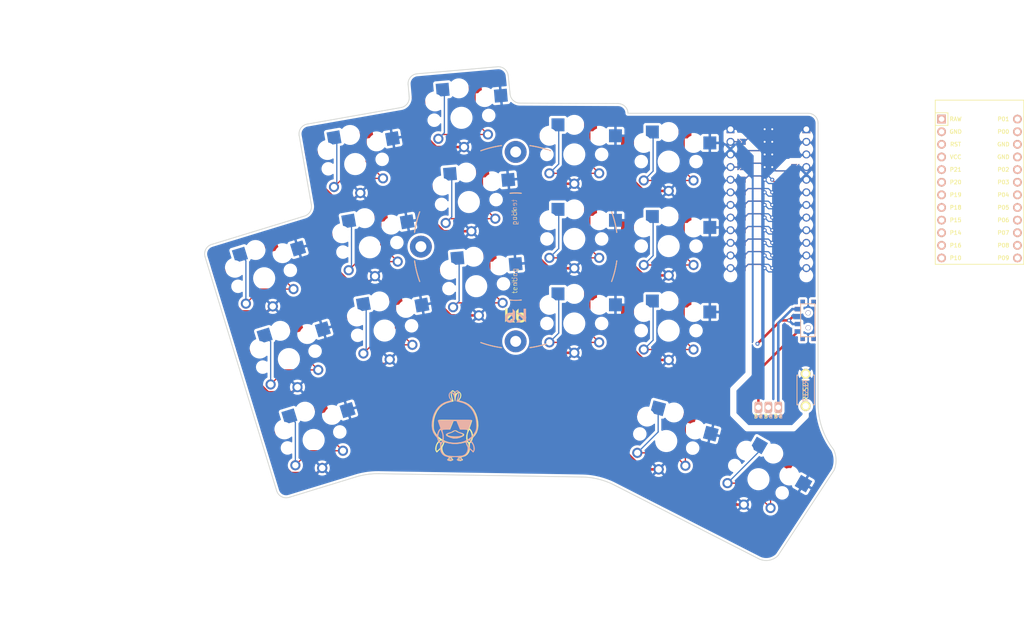
<source format=kicad_pcb>
(kicad_pcb (version 20211014) (generator pcbnew)
  (title_block (title "board") (rev "v1.0.0") (company "Unknown"))
  (layers (0 "F.Cu" signal) (31 "B.Cu" signal) (34 "B.Paste" user) (35 "F.Paste" user) (36 "B.SilkS" user "B.Silkscreen") (37 "F.SilkS" user "F.Silkscreen") (38 "B.Mask" user) (39 "F.Mask" user) (44 "Edge.Cuts" user))
  (net 0 "")
  (net 1 "P6")
  (net 2 "GND")
  (net 3 "P5")
  (net 4 "P4")
  (net 5 "P3")
  (net 6 "P2")
  (net 7 "P0")
  (net 8 "P1")
  (net 9 "P18")
  (net 10 "P15")
  (net 11 "P14")
  (net 12 "P16")
  (net 13 "P10")
  (net 14 "P19")
  (net 15 "P20")
  (net 16 "P21")
  (net 17 "P7")
  (net 18 "P8")
  (net 19 "P9")
  (net 20 "RAW")
  (net 21 "RST")
  (net 22 "VCC")
  (net 23 "Bminus")
  (net 24 "Braw")
  (footprint "E73:SPDT_C128955" (layer "F.Cu") (at 162.411087 -73.316483 -90)
    (fp_text reference "T1" hide)
    (fp_text value "" hide)
  )
  (footprint "lib:bat" (layer "F.Cu") (at 154.411087 -55.816483)
    (fp_text reference "PAD1" hide)
    (fp_text value "" hide)
  )
  (footprint "kbd:ResetSW" (layer "F.Cu") (at 161.911087 -59.316483 -90)
    (fp_text reference "B1" hide)
    (fp_text value "")
  )
  (footprint "PG1350" (layer "F.Cu") (at 71.38711 -104.745067 10)
    (fp_text reference "S11" hide)
    (fp_text value "" hide)
  )
  (footprint "PG1350" (layer "F.Cu") (at 152.428645 -41.360213 150)
    (fp_text reference "S34" hide)
    (fp_text value "" hide)
  )
  (footprint "PG1350" (layer "F.Cu") (at 94.221643 -97.114167 5)
    (fp_text reference "S15" hide)
    (fp_text value "" hide)
  )
  (footprint "PG1350" (layer "F.Cu") (at 115.411087 -89.686017)
    (fp_text reference "S21" hide)
    (fp_text value "" hide)
  )
  (footprint "PG1350" (layer "F.Cu") (at 77.291148 -71.261603 -170)
    (fp_text reference "S8" hide)
    (fp_text value "" hide)
  )
  (footprint "PG1350" (layer "F.Cu") (at 95.703291 -80.178857 -175)
    (fp_text reference "S14" hide)
    (fp_text value "" hide)
  )
  (footprint "PG1350" (layer "F.Cu") (at 115.411087 -72.686017 180)
    (fp_text reference "S20" hide)
    (fp_text value "" hide)
  )
  (footprint "PG1350" (layer "F.Cu") (at 134.377759 -88.246289 180)
    (fp_text reference "S28" hide)
    (fp_text value "" hide)
  )
  (footprint "ProMicro" (layer "F.Cu") (at 154.432 -97.79 -90)
    (fp_text reference "")
    (fp_text value "")
  )
  (footprint "PG1350" (layer "F.Cu") (at 134.377759 -71.246289 180)
    (fp_text reference "S26" hide)
    (fp_text value "" hide)
  )
  (footprint "PG1350" (layer "F.Cu") (at 134.377759 -105.246289)
    (fp_text reference "S29" hide)
    (fp_text value "" hide)
  )
  (footprint "LOGO" (layer "F.Cu") (at 91.44 -50.8)
    (fp_text reference "G***" hide)
    (fp_text value "LOGO" hide)
  )
  (footprint "PG1350" (layer "F.Cu") (at 152.428645 -41.360213 -30)
    (fp_text reference "S33" hide)
    (fp_text value "" hide)
  )
  (footprint "PG1350" (layer "F.Cu") (at 77.291148 -71.261603 10)
    (fp_text reference "S7" hide)
    (fp_text value "" hide)
  )
  (footprint "PG1350" (layer "F.Cu") (at 63.029681 -49.257181 -163)
    (fp_text reference "S2" hide)
    (fp_text value "" hide)
  )
  (footprint "E73:SPDT_C128955" (layer "F.Cu") (at 162.411087 -73.316483 -90)
    (fp_text reference "T2" hide)
    (fp_text value "" hide)
  )
  (footprint "PG1350" (layer "F.Cu") (at 63.029681 -49.257181 17)
    (fp_text reference "S1" hide)
    (fp_text value "" hide)
  )
  (footprint "PG1350" (layer "F.Cu") (at 53.089043 -81.771543 17)
    (fp_text reference "S5" hide)
    (fp_text value "" hide)
  )
  (footprint "PG1350" (layer "F.Cu") (at 134.377759 -88.246289)
    (fp_text reference "S27" hide)
    (fp_text value "" hide)
  )
  (footprint "PG1350" (layer "F.Cu") (at 74.339129 -88.003335 10)
    (fp_text reference "S9" hide)
    (fp_text value "" hide)
  )
  (footprint "PG1350" (layer "F.Cu") (at 94.221643 -97.114167 -175)
    (fp_text reference "S16" hide)
    (fp_text value "" hide)
  )
  (footprint "PG1350" (layer "F.Cu") (at 134.377759 -105.246289 180)
    (fp_text reference "S30" hide)
    (fp_text value "" hide)
  )
  (footprint "PG1350" (layer "F.Cu") (at 95.703291 -80.178857 5)
    (fp_text reference "S13" hide)
    (fp_text value "" hide)
  )
  (footprint "PG1350" (layer "F.Cu") (at 115.411087 -106.686017 180)
    (fp_text reference "S24" hide)
    (fp_text value "" hide)
  )
  (footprint "PG1350" (layer "F.Cu") (at 92.739996 -114.049477 5)
    (fp_text reference "S17" hide)
    (fp_text value "" hide)
  )
  (footprint "PG1350" (layer "F.Cu") (at 58.059362 -65.514362 -163)
    (fp_text reference "S4" hide)
    (fp_text value "" hide)
  )
  (footprint "PG1350" (layer "F.Cu") (at 74.339129 -88.003335 -170)
    (fp_text reference "S10" hide)
    (fp_text value "" hide)
  )
  (footprint "kbd:Tenting_Puck2" (layer "F.Cu") (at 103.632 -88.138)
    (fp_text reference "REF**")
    (fp_text value "Tenting Puck")
  )
  (footprint "PG1350" (layer "F.Cu") (at 115.411087 -89.686017 180)
    (fp_text reference "S22" hide)
    (fp_text value "" hide)
  )
  (footprint "PG1350" (layer "F.Cu") (at 133.891046 -49.038738 -15)
    (fp_text reference "S31" hide)
    (fp_text value "" hide)
  )
  (footprint "ProMicro" (layer "F.Cu") (at 196.85 -99.822 -90)
    (fp_text reference "MCU1" hide)
    (fp_text value "" hide)
  )
  (footprint "PG1350" (layer "F.Cu") (at 58.059362 -65.514362 17)
    (fp_text reference "S3" hide)
    (fp_text value "" hide)
  )
  (footprint "PG1350" (layer "F.Cu") (at 133.891046 -49.038738 165)
    (fp_text reference "S32" hide)
    (fp_text value "" hide)
  )
  (footprint "PG1350" (layer "F.Cu") (at 71.38711 -104.745067 -170)
    (fp_text reference "S12" hide)
    (fp_text value "" hide)
  )
  (footprint "PG1350" (layer "F.Cu") (at 115.411087 -106.686017)
    (fp_text reference "S23" hide)
    (fp_text value "" hide)
  )
  (footprint "PG1350" (layer "F.Cu") (at 134.377759 -71.246289)
    (fp_text reference "S25" hide)
    (fp_text value "" hide)
  )
  (footprint "PG1350" (layer "F.Cu") (at 53.089043 -81.771543 -163)
    (fp_text reference "S6" hide)
    (fp_text value "" hide)
  )
  (footprint "PG1350" (layer "F.Cu") (at 115.411087 -72.686017)
    (fp_text reference "S19" hide)
    (fp_text value "" hide)
  )
  (footprint "PG1350" (layer "F.Cu") (at 92.739996 -114.049477 -175)
    (fp_text reference "S18" hide)
    (fp_text value "" hide)
  )
  (footprint "LOGO" (layer "B.Cu") (at 91.44 -50.8 180)
    (fp_text reference "G***" hide)
    (fp_text value "LOGO" hide)
  )
  (gr_arc (start 104.509588 -117.005368) (mid 103.158397 -117.530806) (end 102.517198 -118.831058) (layer "Edge.Cuts") (width 0.15))
  (gr_arc (start 82.233091 -118.259454) (mid 81.827408 -116.867619) (end 80.587997 -116.115527) (layer "Edge.Cuts") (width 0.15))
  (gr_arc (start 167.528587 -47.330455) (mid 168.024672 -45.267049) (end 167.64 -43.18) (layer "Edge.Cuts") (width 0.15))
  (gr_arc (start 167.528587 -47.330455) (mid 165.211835 -51.649611) (end 164.411087 -56.485027) (layer "Edge.Cuts") (width 0.15))
  (gr_line (start 60.120825 -110.475759) (end 62.576774 -96.547382) (layer "Edge.Cuts") (width 0.15))
  (gr_line (start 116.922394 -41.80264) (end 76.148965 -42.467382) (layer "Edge.Cuts") (width 0.15))
  (gr_line (start 83.834124 -122.906984) (end 99.972478 -124.318907) (layer "Edge.Cuts") (width 0.15))
  (gr_arc (start 58.09038 -37.708445) (mid 56.566694 -37.855159) (end 55.593028 -39.036311) (layer "Edge.Cuts") (width 0.15))
  (gr_line (start 58.090381 -37.708444) (end 71.518873 -41.813947) (layer "Edge.Cuts") (width 0.15))
  (gr_line (start 126.206535 -114.966483) (end 144.510462 -114.966483) (layer "Edge.Cuts") (width 0.15))
  (gr_line (start 162.411087 -114.966483) (end 144.510462 -114.966483) (layer "Edge.Cuts") (width 0.15))
  (gr_line (start 104.509588 -117.005368) (end 124.20716 -116.916483) (layer "Edge.Cuts") (width 0.15))
  (gr_arc (start 71.518873 -41.813947) (mid 73.8083 -42.322192) (end 76.148965 -42.467382) (layer "Edge.Cuts") (width 0.15))
  (gr_line (start 41.20834 -86.086505) (end 55.593028 -39.036311) (layer "Edge.Cuts") (width 0.15))
  (gr_arc (start 99.972478 -124.318908) (mid 101.432366 -123.858608) (end 102.139179 -122.500829) (layer "Edge.Cuts") (width 0.15))
  (gr_arc (start 60.120826 -110.475759) (mid 60.452137 -111.970208) (end 61.743144 -112.792671) (layer "Edge.Cuts") (width 0.15))
  (gr_line (start 156.354214 -25.985787) (end 167.64 -43.18) (layer "Edge.Cuts") (width 0.15))
  (gr_arc (start 116.922394 -41.80264) (mid 120.439885 -41.325215) (end 123.746692 -40.034594) (layer "Edge.Cuts") (width 0.15))
  (gr_line (start 152.4 -25.4) (end 123.746692 -40.034594) (layer "Edge.Cuts") (width 0.15))
  (gr_arc (start 124.20716 -116.916483) (mid 125.603587 -116.348269) (end 126.206535 -114.966483) (layer "Edge.Cuts") (width 0.15))
  (gr_arc (start 156.354214 -25.985787) (mid 154.473897 -25.039536) (end 152.4 -25.4) (layer "Edge.Cuts") (width 0.15))
  (gr_arc (start 41.208341 -86.086504) (mid 41.355055 -87.61019) (end 42.536206 -88.583857) (layer "Edge.Cuts") (width 0.15))
  (gr_line (start 102.139179 -122.500829) (end 102.517198 -118.831058) (layer "Edge.Cuts") (width 0.15))
  (gr_line (start 61.743144 -112.792671) (end 80.587997 -116.115527) (layer "Edge.Cuts") (width 0.15))
  (gr_arc (start 62.576773 -96.547382) (mid 62.312438 -95.155089) (end 61.191902 -94.287476) (layer "Edge.Cuts") (width 0.15))
  (gr_arc (start 82.016046 -120.740284) (mid 82.476347 -122.20017) (end 83.834124 -122.906984) (layer "Edge.Cuts") (width 0.15))
  (gr_line (start 42.536206 -88.583857) (end 61.191902 -94.287476) (layer "Edge.Cuts") (width 0.15))
  (gr_line (start 82.23309 -118.259454) (end 82.016046 -120.740283) (layer "Edge.Cuts") (width 0.15))
  (gr_arc (start 162.411087 -114.966483) (mid 163.825301 -114.380697) (end 164.411087 -112.966483) (layer "Edge.Cuts") (width 0.15))
  (gr_line (start 164.411087 -56.485027) (end 164.411087 -112.966483) (layer "Edge.Cuts") (width 0.15))
  (segment (start 62.282887 -47.085081) (end 59.35917 -44.161364) (width 0.25) (layer "F.Cu") (net 1))
  (segment (start 68.922217 -47.085081) (end 62.282887 -47.085081) (width 0.25) (layer "F.Cu") (net 1))
  (segment (start 64.421967 -55.904712) (end 64.421967 -51.585331) (width 0.25) (layer "F.Cu") (net 1))
  (segment (start 64.421967 -51.585331) (end 68.922217 -47.085081) (width 0.25) (layer "F.Cu") (net 1))
  (segment (start 58.158171 -53.989677) (end 59.35917 -52.788678) (width 0.25) (layer "B.Cu") (net 1))
  (segment (start 59.35917 -52.788678) (end 59.35917 -44.161364) (width 0.25) (layer "B.Cu") (net 1))
  (segment (start 53.878684 -58.856165) (end 49.049546 -63.685303) (width 0.5) (layer "F.Cu") (net 2))
  (segment (start 90.637192 -74.301308) (end 87.132946 -77.805554) (width 0.5) (layer "F.Cu") (net 2))
  (segment (start 129.405212 -65.346289) (end 126.102759 -68.648742) (width 0.5) (layer "F.Cu") (net 2))
  (segment (start 87.673897 -108.171928) (end 84.169651 -111.676174) (width 0.5) (layer "F.Cu") (net 2))
  (segment (start 67.206698 -97.918702) (end 62.586645 -102.538755) (width 0.5) (layer "F.Cu") (net 2))
  (segment (start 132.364014 -43.339776) (end 129.327896 -43.339776) (width 0.5) (layer "F.Cu") (net 2))
  (segment (start 108.15356 -68.448217) (end 108.15356 -75.418544) (width 0.5) (layer "F.Cu") (net 2))
  (segment (start 126.102759 -85.648742) (end 126.102759 -91.996289) (width 0.5) (layer "F.Cu") (net 2))
  (segment (start 125.807135 -53.741241) (end 126.868581 -54.802687) (width 0.5) (layer "F.Cu") (net 2))
  (segment (start 134.377759 -82.346289) (end 129.405212 -82.346289) (width 0.5) (layer "F.Cu") (net 2))
  (segment (start 77.408189 -64.543754) (end 71.255898 -64.543754) (width 0.5) (layer "F.Cu") (net 2))
  (segment (start 84.169651 -111.676174) (end 84.169651 -117.063993) (width 0.5) (layer "F.Cu") (net 2))
  (segment (start 96.21751 -74.301308) (end 90.637192 -74.301308) (width 0.5) (layer "F.Cu") (net 2))
  (segment (start 70.08003 -81.17697) (end 65.538664 -85.718336) (width 0.5) (layer "F.Cu") (net 2))
  (segment (start 144.4244 -39.868068) (end 144.4244 -46.032423) (width 0.5) (layer "F.Cu") (net 2))
  (segment (start 59.784355 -59.872164) (end 58.768356 -58.856165) (width 0.5) (layer "F.Cu") (net 2))
  (segment (start 54.019865 -47.072135) (end 54.019865 -50.423948) (width 0.5) (layer "F.Cu") (net 2))
  (segment (start 126.102759 -102.648742) (end 126.102759 -108.996289) (width 0.5) (layer "F.Cu") (net 2))
  (segment (start 129.327896 -43.339776) (end 125.807135 -46.860537) (width 0.5) (layer "F.Cu") (net 2))
  (segment (start 109.81576 -66.786017) (end 108.15356 -68.448217) (width 0.5) (layer "F.Cu") (net 2))
  (segment (start 93.254215 -108.171928) (end 87.673897 -108.171928) (width 0.5) (layer "F.Cu") (net 2))
  (segment (start 72.411634 -98.934701) (end 71.395635 -97.918702) (width 0.5) (layer "F.Cu") (net 2))
  (segment (start 44.079227 -79.593373) (end 44.079227 -82.93831) (width 0.5) (layer "F.Cu") (net 2))
  (segment (start 64.754674 -43.614983) (end 63.738675 -42.598984) (width 0.5) (layer "F.Cu") (net 2))
  (segment (start 129.405212 -99.346289) (end 126.102759 -102.648742) (width 0.5) (layer "F.Cu") (net 2))
  (segment (start 107.136087 -103.216201) (end 107.136087 -110.436017) (width 0.5) (layer "F.Cu") (net 2))
  (segment (start 115.411087 -100.786017) (end 109.566271 -100.786017) (width 0.5) (layer "F.Cu") (net 2))
  (segment (start 110.43854 -83.786017) (end 107.136087 -87.08847) (width 0.5) (layer "F.Cu") (net 2))
  (segment (start 144.4244 -46.032423) (end 147.137285 -48.745308) (width 0.5) (layer "F.Cu") (net 2))
  (segment (start 148.041805 -36.250663) (end 144.4244 -39.868068) (width 0.5) (layer "F.Cu") (net 2))
  (segment (start 129.405212 -82.346289) (end 126.102759 -85.648742) (width 0.5) (layer "F.Cu") (net 2))
  (segment (start 62.586645 -102.538755) (end 62.586645 -107.001157) (width 0.5) (layer "F.Cu") (net 2))
  (segment (start 115.411087 -83.786017) (end 110.43854 -83.786017) (width 0.5) (layer "F.Cu") (net 2))
  (segment (start 58.493016 -42.598984) (end 54.019865 -47.072135) (width 0.5) (layer "F.Cu") (net 2))
  (segment (start 126.102759 -68.648742) (end 126.102759 -74.996289) (width 0.5) (layer "F.Cu") (net 2))
  (segment (start 85.651298 -94.740864) (end 85.651298 -100.128683) (width 0.5) (layer "F.Cu") (net 2))
  (segment (start 107.136087 -87.08847) (end 107.136087 -93.436017) (width 0.5) (layer "F.Cu") (net 2))
  (segment (start 115.411087 -66.786017) (end 109.81576 -66.786017) (width 0.5) (layer "F.Cu") (net 2))
  (segment (start 109.566271 -100.786017) (end 107.136087 -103.216201) (width 0.5) (layer "F.Cu") (net 2))
  (segment (start 134.377759 -65.346289) (end 129.405212 -65.346289) (width 0.5) (layer "F.Cu") (net 2))
  (segment (start 87.132946 -77.805554) (end 87.132946 -83.193373) (width 0.5) (layer "F.Cu") (net 2))
  (segment (start 125.807135 -46.860537) (end 125.807135 -53.741241) (width 0.5) (layer "F.Cu") (net 2))
  (segment (start 58.768356 -58.856165) (end 53.878684 -58.856165) (width 0.5) (layer "F.Cu") (net 2))
  (segment (start 63.738675 -42.598984) (end 58.493016 -42.598984) (width 0.5) (layer "F.Cu") (net 2))
  (segment (start 53.798037 -75.113346) (end 48.559254 -75.113346) (width 0.5) (layer "F.Cu") (net 2))
  (segment (start 48.559254 -75.113346) (end 44.079227 -79.593373) (width 0.5) (layer "F.Cu") (net 2))
  (segment (start 134.377759 -99.346289) (end 129.405212 -99.346289) (width 0.5) (layer "F.Cu") (net 2))
  (segment (start 49.049546 -63.685303) (end 49.049546 -66.681129) (width 0.5) (layer "F.Cu") (net 2))
  (segment (start 75.363653 -82.192969) (end 74.347654 -81.17697) (width 0.5) (layer "F.Cu") (net 2))
  (segment (start 94.735862 -91.236618) (end 89.155544 -91.236618) (width 0.5) (layer "F.Cu") (net 2))
  (segment (start 149.478645 -36.250663) (end 148.041805 -36.250663) (width 0.5) (layer "F.Cu") (net 2))
  (segment (start 74.347654 -81.17697) (end 70.08003 -81.17697) (width 0.5) (layer "F.Cu") (net 2))
  (segment (start 71.255898 -64.543754) (end 68.490683 -67.308969) (width 0.5) (layer "F.Cu") (net 2))
  (segment (start 54.814036 -76.129345) (end 53.798037 -75.113346) (width 0.5) (layer "F.Cu") (net 2))
  (segment (start 78.315672 -65.451237) (end 77.408189 -64.543754) (width 0.5) (layer "F.Cu") (net 2))
  (segment (start 89.155544 -91.236618) (end 85.651298 -94.740864) (width 0.5) (layer "F.Cu") (net 2))
  (segment (start 65.538664 -85.718336) (end 65.538664 -90.259425) (width 0.5) (layer "F.Cu") (net 2))
  (segment (start 68.490683 -67.308969) (end 68.490683 -73.517693) (width 0.5) (layer "F.Cu") (net 2))
  (segment (start 71.395635 -97.918702) (end 67.206698 -97.918702) (width 0.5) (layer "F.Cu") (net 2))
  (segment (start 59.451648 -67.842512) (end 63.951898 -63.342262) (width 0.25) (layer "F.Cu") (net 3))
  (segment (start 63.951898 -63.342262) (end 57.312568 -63.342262) (width 0.25) (layer "F.Cu") (net 3))
  (segment (start 57.312568 -63.342262) (end 54.388851 -60.418545) (width 0.25) (layer "F.Cu") (net 3))
  (segment (start 59.451648 -72.161893) (end 59.451648 -67.842512) (width 0.25) (layer "F.Cu") (net 3))
  (segment (start 53.187852 -70.246858) (end 54.388851 -69.045859) (width 0.25) (layer "B.Cu") (net 3))
  (segment (start 54.388851 -69.045859) (end 54.388851 -60.418545) (width 0.25) (layer "B.Cu") (net 3))
  (segment (start 58.981579 -79.599443) (end 52.342249 -79.599443) (width 0.25) (layer "F.Cu") (net 4))
  (segment (start 54.481329 -88.419074) (end 54.481329 -84.099693) (width 0.25) (layer "F.Cu") (net 4))
  (segment (start 52.342249 -79.599443) (end 49.418532 -76.675726) (width 0.25) (layer "F.Cu") (net 4))
  (segment (start 54.481329 -84.099693) (end 58.981579 -79.599443) (width 0.25) (layer "F.Cu") (net 4))
  (segment (start 48.217533 -86.504039) (end 49.418532 -85.30304) (width 0.25) (layer "B.Cu") (net 4))
  (segment (start 49.418532 -85.30304) (end 49.418532 -76.675726) (width 0.25) (layer "B.Cu") (net 4))
  (segment (start 79.483187 -71.779437) (end 82.87505 -68.387574) (width 0.25) (layer "F.Cu") (net 5))
  (segment (start 82.87505 -68.387574) (end 74.763453 -68.387574) (width 0.25) (layer "F.Cu") (net 5))
  (segment (start 79.483187 -77.689907) (end 79.483187 -71.779437) (width 0.25) (layer "F.Cu") (net 5))
  (segment (start 74.763453 -68.387574) (end 73.026972 -66.651093) (width 0.25) (layer "F.Cu") (net 5))
  (segment (start 73.59045 -67.214571) (end 73.026972 -66.651093) (width 0.25) (layer "B.Cu") (net 5))
  (segment (start 73.032696 -76.552511) (end 73.59045 -75.994757) (width 0.25) (layer "B.Cu") (net 5))
  (segment (start 73.59045 -75.994757) (end 73.59045 -67.214571) (width 0.25) (layer "B.Cu") (net 5))
  (segment (start 76.531168 -88.521169) (end 79.923031 -85.129306) (width 0.25) (layer "F.Cu") (net 6))
  (segment (start 76.531168 -94.431639) (end 76.531168 -88.521169) (width 0.25) (layer "F.Cu") (net 6))
  (segment (start 79.923031 -85.129306) (end 71.811434 -85.129306) (width 0.25) (layer "F.Cu") (net 6))
  (segment (start 71.811434 -85.129306) (end 70.074953 -83.392825) (width 0.25) (layer "F.Cu") (net 6))
  (segment (start 70.638431 -83.956303) (end 70.074953 -83.392825) (width 0.25) (layer "B.Cu") (net 6))
  (segment (start 70.638431 -92.736489) (end 70.638431 -83.956303) (width 0.25) (layer "B.Cu") (net 6))
  (segment (start 70.080677 -93.294243) (end 70.638431 -92.736489) (width 0.25) (layer "B.Cu") (net 6))
  (segment (start 68.859415 -101.871038) (end 67.122934 -100.134557) (width 0.25) (layer "F.Cu") (net 7))
  (segment (start 73.579149 -111.173371) (end 73.579149 -105.262901) (width 0.25) (layer "F.Cu") (net 7))
  (segment (start 76.971012 -101.871038) (end 68.859415 -101.871038) (width 0.25) (layer "F.Cu") (net 7))
  (segment (start 73.579149 -105.262901) (end 76.971012 -101.871038) (width 0.25) (layer "F.Cu") (net 7))
  (segment (start 67.686412 -100.698035) (end 67.122934 -100.134557) (width 0.25) (layer "B.Cu") (net 7))
  (segment (start 67.128658 -110.035975) (end 67.686412 -109.478221) (width 0.25) (layer "B.Cu") (net 7))
  (segment (start 67.686412 -109.478221) (end 67.686412 -100.698035) (width 0.25) (layer "B.Cu") (net 7))
  (segment (start 91.925067 -76.829096) (end 91.053509 -75.957538) (width 0.25) (layer "F.Cu") (net 8))
  (segment (start 101.015456 -76.829096) (end 98.447252 -79.3973) (width 0.25) (layer "F.Cu") (net 8))
  (segment (start 98.447252 -79.3973) (end 98.447252 -86.391651) (width 0.25) (layer "F.Cu") (net 8))
  (segment (start 101.015456 -76.829096) (end 91.925067 -76.829096) (width 0.25) (layer "F.Cu") (net 8))
  (segment (start 92.270004 -77.174033) (end 91.053509 -75.957538) (width 0.25) (layer "B.Cu") (net 8))
  (segment (start 91.922177 -85.82078) (end 92.270004 -85.472953) (width 0.25) (layer "B.Cu") (net 8))
  (segment (start 92.270004 -85.472953) (end 92.270004 -77.174033) (width 0.25) (layer "B.Cu") (net 8))
  (segment (start 99.533808 -93.764406) (end 90.443419 -93.764406) (width 0.25) (layer "F.Cu") (net 9))
  (segment (start 96.965604 -96.33261) (end 99.533808 -93.764406) (width 0.25) (layer "F.Cu") (net 9))
  (segment (start 96.965604 -103.326961) (end 96.965604 -96.33261) (width 0.25) (layer "F.Cu") (net 9))
  (segment (start 90.443419 -93.764406) (end 89.571861 -92.892848) (width 0.25) (layer "F.Cu") (net 9))
  (segment (start 90.788356 -94.109343) (end 89.571861 -92.892848) (width 0.25) (layer "B.Cu") (net 9))
  (segment (start 90.440529 -102.75609) (end 90.788356 -102.408263) (width 0.25) (layer "B.Cu") (net 9))
  (segment (start 90.788356 -102.408263) (end 90.788356 -94.109343) (width 0.25) (layer "B.Cu") (net 9))
  (segment (start 95.483957 -120.262271) (end 95.483957 -113.26792) (width 0.25) (layer "F.Cu") (net 10))
  (segment (start 88.961772 -110.699716) (end 88.090214 -109.828158) (width 0.25) (layer "F.Cu") (net 10))
  (segment (start 98.052161 -110.699716) (end 88.961772 -110.699716) (width 0.25) (layer "F.Cu") (net 10))
  (segment (start 95.483957 -113.26792) (end 98.052161 -110.699716) (width 0.25) (layer "F.Cu") (net 10))
  (segment (start 89.306709 -111.044653) (end 88.090214 -109.828158) (width 0.25) (layer "B.Cu") (net 10))
  (segment (start 89.306709 -119.343573) (end 89.306709 -111.044653) (width 0.25) (layer "B.Cu") (net 10))
  (segment (start 88.958882 -119.6914) (end 89.306709 -119.343573) (width 0.25) (layer "B.Cu") (net 10))
  (segment (start 120.411087 -68.886017) (end 110.411087 -68.886017) (width 0.25) (layer "F.Cu") (net 11))
  (segment (start 118.536566 -78.486496) (end 118.536566 -70.760538) (width 0.25) (layer "F.Cu") (net 11))
  (segment (start 118.536566 -70.760538) (end 120.411087 -68.886017) (width 0.25) (layer "F.Cu") (net 11))
  (segment (start 118.686087 -78.636017) (end 118.536566 -78.486496) (width 0.25) (layer "F.Cu") (net 11))
  (segment (start 112.285608 -79.029475) (end 112.285608 -70.760538) (width 0.25) (layer "B.Cu") (net 11))
  (segment (start 112.285608 -70.760538) (end 110.411087 -68.886017) (width 0.25) (layer "B.Cu") (net 11))
  (segment (start 118.536566 -87.760538) (end 120.411087 -85.886017) (width 0.25) (layer "F.Cu") (net 12))
  (segment (start 110.411087 -85.886017) (end 120.411087 -85.886017) (width 0.25) (layer "F.Cu") (net 12))
  (segment (start 118.536566 -95.486496) (end 118.536566 -87.760538) (width 0.25) (layer "F.Cu") (net 12))
  (segment (start 118.686087 -95.636017) (end 118.536566 -95.486496) (width 0.25) (layer "F.Cu") (net 12))
  (segment (start 112.285608 -96.029475) (end 112.285608 -87.760538) (width 0.25) (layer "B.Cu") (net 12))
  (segment (start 112.285608 -87.760538) (end 110.411087 -85.886017) (width 0.25) (layer "B.Cu") (net 12))
  (segment (start 118.536566 -112.486496) (end 118.536566 -104.760538) (width 0.25) (layer "F.Cu") (net 13))
  (segment (start 120.411087 -102.886017) (end 110.411087 -102.886017) (width 0.25) (layer "F.Cu") (net 13))
  (segment (start 118.686087 -112.636017) (end 118.536566 -112.486496) (width 0.25) (layer "F.Cu") (net 13))
  (segment (start 118.536566 -104.760538) (end 120.411087 -102.886017) (width 0.25) (layer "F.Cu") (net 13))
  (segment (start 112.285608 -104.760538) (end 110.411087 -102.886017) (width 0.25) (layer "B.Cu") (net 13))
  (segment (start 112.285608 -113.029475) (end 112.285608 -104.760538) (width 0.25) (layer "B.Cu") (net 13))
  (segment (start 139.377759 -67.446289) (end 129.377759 -67.446289) (width 0.25) (layer "F.Cu") (net 14))
  (segment (start 137.503238 -77.046768) (end 137.652759 -77.196289) (width 0.25) (layer "F.Cu") (net 14))
  (segment (start 137.503238 -69.32081) (end 137.503238 -77.046768) (width 0.25) (layer "F.Cu") (net 14))
  (segment (start 139.377759 -67.446289) (end 137.503238 -69.32081) (width 0.25) (layer "F.Cu") (net 14))
  (segment (start 131.25228 -77.046768) (end 131.25228 -69.32081) (width 0.25) (layer "B.Cu") (net 14))
  (segment (start 131.25228 -69.32081) (end 129.377759 -67.446289) (width 0.25) (layer "B.Cu") (net 14))
  (segment (start 131.102759 -77.196289) (end 131.25228 -77.046768) (width 0.25) (layer "B.Cu") (net 14))
  (segment (start 137.503238 -86.32081) (end 137.503238 -94.046768) (width 0.25) (layer "F.Cu") (net 15))
  (segment (start 139.377759 -84.446289) (end 137.503238 -86.32081) (width 0.25) (layer "F.Cu") (net 15))
  (segment (start 137.503238 -94.046768) (end 137.652759 -94.196289) (width 0.25) (layer "F.Cu") (net 15))
  (segment (start 129.377759 -84.446289) (end 139.377759 -84.446289) (width 0.25) (layer "F.Cu") (net 15))
  (segment (start 131.102759 -94.196289) (end 131.25228 -94.046768) (width 0.25) (layer "B.Cu") (net 15))
  (segment (start 131.25228 -94.046768) (end 131.25228 -86.32081) (width 0.25) (layer "B.Cu") (net 15))
  (segment (start 131.25228 -86.32081) (end 129.377759 -84.446289) (width 0.25) (layer "B.Cu") (net 15))
  (segment (start 137.503238 -103.32081) (end 137.503238 -111.046768) (width 0.25) (layer "F.Cu") (net 16))
  (segment (start 129.377759 -101.446289) (end 139.377759 -101.446289) (width 0.25) (layer "F.Cu") (net 16))
  (segment (start 137.503238 -111.046768) (end 137.652759 -111.196289) (width 0.25) (layer "F.Cu") (net 16))
  (segment (start 139.377759 -101.446289) (end 137.503238 -103.32081) (width 0.25) (layer "F.Cu") (net 16))
  (segment (start 131.25228 -103.32081) (end 129.377759 -101.446289) (width 0.25) (layer "B.Cu") (net 16))
  (segment (start 131.102759 -111.196289) (end 131.25228 -111.046768) (width 0.25) (layer "B.Cu") (net 16))
  (segment (start 131.25228 -111.046768) (end 131.25228 -103.32081) (width 0.25) (layer "B.Cu") (net 16))
  (segment (start 135.148973 -46.662315) (end 128.077904 -46.662315) (width 0.25) (layer "F.Cu") (net 17))
  (segment (start 137.737163 -44.074125) (end 135.148973 -46.662315) (width 0.25) (layer "F.Cu") (net 17))
  (segment (start 138.594426 -53.938364) (end 137.737163 -53.081101) (width 0.25) (layer "F.Cu") (net 17))
  (segment (start 137.737163 -53.081101) (end 137.737163 -44.074125) (width 0.25) (layer "F.Cu") (net 17))
  (segment (start 132.267612 -55.633629) (end 132.267612 -50.852023) (width 0.25) (layer "B.Cu") (net 17))
  (segment (start 132.267612 -50.852023) (end 128.077904 -46.662315) (width 0.25) (layer "B.Cu") (net 17))
  (segment (start 149.858772 -40.569316) (end 146.198518 -40.569316) (width 0.25) (layer "F.Cu") (net 18))
  (segment (start 158.239878 -44.875564) (end 154.858772 -41.494458) (width 0.25) (layer "F.Cu") (net 18))
  (segment (start 154.858772 -35.569316) (end 149.858772 -40.569316) (width 0.25) (layer "F.Cu") (net 18))
  (segment (start 154.858772 -41.494458) (end 154.858772 -35.569316) (width 0.25) (layer "F.Cu") (net 18))
  (segment (start 152.567412 -46.93821) (end 146.198518 -40.569316) (width 0.25) (layer "B.Cu") (net 18))
  (segment (start 152.567412 -48.150564) (end 152.567412 -46.93821) (width 0.25) (layer "B.Cu") (net 18))
  (segment (start 159.334283 -74.066483) (end 158.5722 -73.3044) (width 0.5) (layer "F.Cu") (net 20))
  (segment (start 160.336087 -74.066483) (end 159.334283 -74.066483) (width 0.5) (layer "F.Cu") (net 20))
  (segment (start 152.2222 -68.6054) (end 156.9212 -73.3044) (width 0.5) (layer "F.Cu") (net 20))
  (segment (start 156.9212 -73.3044) (end 158.5722 -73.3044) (width 0.5) (layer "F.Cu") (net 20))
  (via (at 158.5722 -73.3044) (size 0.8) (drill 0.4) (layers "F.Cu" "B.Cu") (net 20))
  (via (at 152.2222 -68.6054) (size 0.8) (drill 0.4) (layers "F.Cu" "B.Cu") (net 20))
  (segment (start 158.5722 -73.3044) (end 159.310117 -72.566483) (width 0.5) (layer "B.Cu") (net 20))
  (segment (start 159.310117 -72.566483) (end 160.336087 -72.566483) (width 0.5) (layer "B.Cu") (net 20))
  (segment (start 152.411087 -55.816483) (end 152.411087 -63.155487) (width 0.5) (layer "F.Cu") (net 24))
  (segment (start 156.411087 -67.155487) (end 156.411087 -55.816483) (width 0.5) (layer "F.Cu") (net 24))
  (segment (start 157.8102 -68.5546) (end 156.411087 -67.155487) (width 0.5) (layer "F.Cu") (net 24))
  (segment (start 152.411087 -63.155487) (end 156.411087 -67.155487) (width 0.5) (layer "F.Cu") (net 24))
  (segment (start 157.824204 -68.5546) (end 157.8102 -68.5546) (width 0.5) (layer "F.Cu") (net 24))
  (segment (start 160.336087 -71.066483) (end 157.824204 -68.5546) (width 0.5) (layer "F.Cu") (net 24))
  (segment (start 156.411087 -72.766483) (end 156.411087 -55.816483) (width 0.5) (layer "B.Cu") (net 24))
  (segment (start 159.211087 -75.566483) (end 156.411087 -72.766483) (width 0.5) (layer "B.Cu") (net 24))
  (segment (start 160.336087 -75.566483) (end 159.211087 -75.566483) (width 0.5) (layer "B.Cu") (net 24))
  (zone (net 2) (net_name "GND") (layer "B.Cu") (connect_pads (clearance 0.508)) (min_thickness 0.254) (fill yes (thermal_gap 0.508) (thermal_bridge_width 0.508))
    (polygon (pts (xy 195.072 -135.89) (xy 188.341 -13.2842) (xy 1.524 -15.494) (xy 0 -134.62) (xy 86.7918 -137.7442)))
  )
)
</source>
